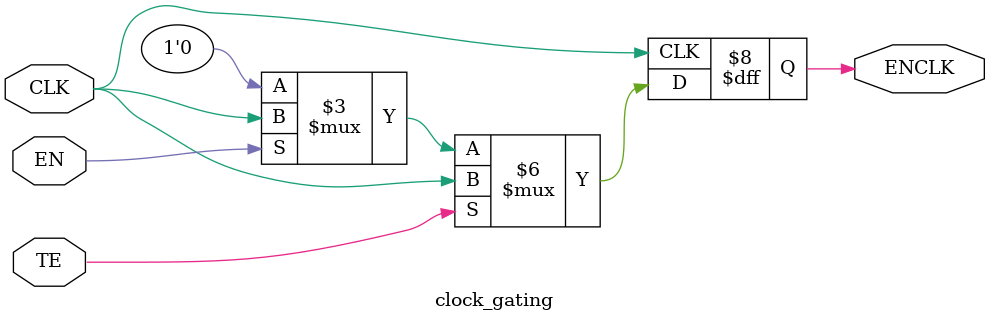
<source format=v>
module clock_gating (
  input CLK,
  input EN,
  input TE,
  output reg ENCLK
);

  always @ (posedge CLK) begin
    if (TE) begin
      ENCLK <= CLK;
    end else if (EN) begin
      ENCLK <= CLK;
    end else begin
      ENCLK <= 1'b0;
    end
  end

endmodule
</source>
